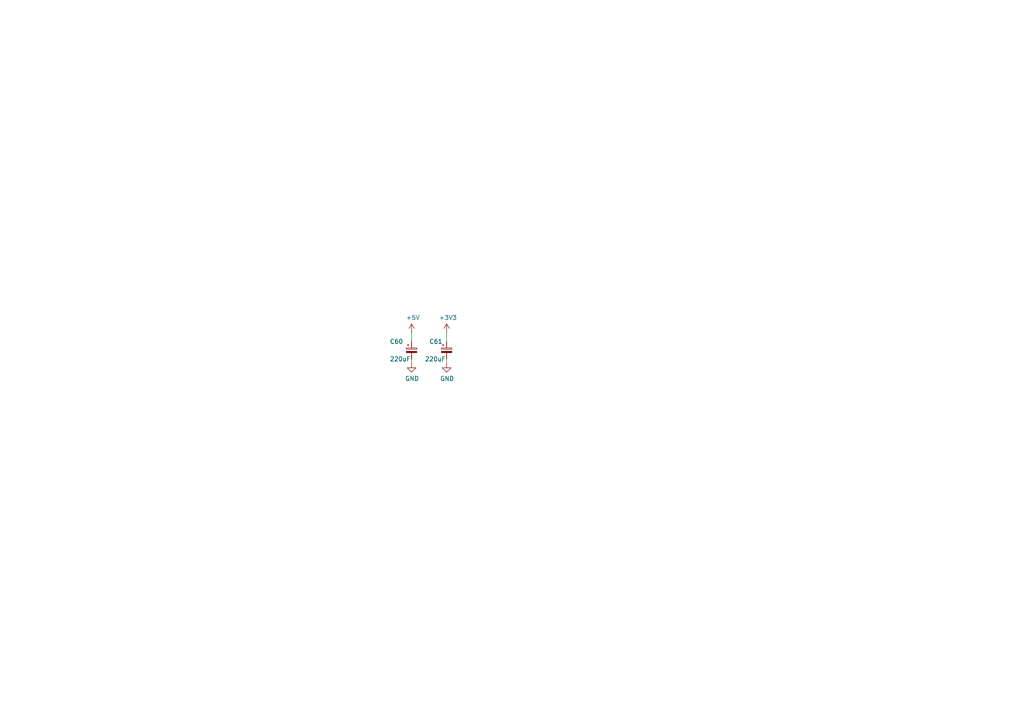
<source format=kicad_sch>
(kicad_sch (version 20230121) (generator eeschema)
  (paper "A4")
  (title_block (title "MAX80") (date "2021-02-22") (rev "0.01") (company "Peter o Per"))
  (lib_symbols
    (symbol "Device:CP_Small" (pin_numbers hide) (pin_names (offset 0.254) hide)
      (property "Reference" "C" (at 0.254 1.778 0))
      (property "Value" "Device_CP_Small" (at 0.254 -2.032 0))
      (symbol "CP_Small_0_1"
        (rectangle (start -1.524 -0.3048) (end 1.524 -0.6858) (fill (type outline)))
        (rectangle (start -1.524 0.6858) (end 1.524 0.3048))
        (polyline (pts (xy -1.27 1.524) (xy -0.762 1.524)))
        (polyline (pts (xy -1.016 1.27) (xy -1.016 1.778)))
      )
      (symbol "CP_Small_1_1"
        (pin passive line (at 0 2.54 270) (length 1.8542) (name "~") (number "1"))
        (pin passive line (at 0 -2.54 90) (length 1.8542) (name "~") (number "2"))
      )
    )
    (symbol "power:+3V3" (power) (pin_names (offset 0))
      (property "Value" "power_+3V3" (at 0 3.556 0))
      (symbol "+3V3_0_1"
        (polyline (pts (xy -0.762 1.27) (xy 0 2.54)))
        (polyline (pts (xy 0 0) (xy 0 2.54)))
        (polyline (pts (xy 0 2.54) (xy 0.762 1.27)))
      )
      (symbol "+3V3_1_1"
        (pin power_in line (at 0 0 90) (length 0) hide (name "+3V3") (number "1"))
      )
    )
    (symbol "power:+5V" (power) (pin_names (offset 0))
      (property "Value" "power_+5V" (at 0 3.556 0))
      (symbol "+5V_0_1"
        (polyline (pts (xy -0.762 1.27) (xy 0 2.54)))
        (polyline (pts (xy 0 0) (xy 0 2.54)))
        (polyline (pts (xy 0 2.54) (xy 0.762 1.27)))
      )
      (symbol "+5V_1_1"
        (pin power_in line (at 0 0 90) (length 0) hide (name "+5V") (number "1"))
      )
    )
    (symbol "power:GND" (power) (pin_names (offset 0))
      (property "Value" "power_GND" (at 0 -3.81 0))
      (symbol "GND_0_1"
        (polyline (pts (xy 0 0) (xy 0 -1.27) (xy 1.27 -1.27) (xy 0 -2.54) (xy -1.27 -1.27) (xy 0 -1.27)))
      )
      (symbol "GND_1_1"
        (pin power_in line (at 0 0 270) (length 0) hide (name "GND") (number "1"))
      )
    )
  )
  (wire (pts (xy 119.38 96.52) (xy 119.38 99.06)))
  (wire (pts (xy 119.38 104.14) (xy 119.38 105.41)))
  (wire (pts (xy 129.54 96.52) (xy 129.54 99.06)))
  (wire (pts (xy 129.54 104.14) (xy 129.54 105.41)))
  (symbol (lib_id "Device:CP_Small") (at 129.54 101.6 0) (unit 1)
    (property "Reference" "C61" (at 124.46 99.06 0) (effects (justify left)))
    (property "Value" "220uF" (at 123.19 104.14 0) (effects (justify left)))
    (property "Footprint" "Capacitor_SMD:CP_Elec_6.3x7.7" (effects hide))
    (property "LCSC" "C127327" (effects hide))
  )
  (symbol (lib_id "Device:CP_Small") (at 119.38 101.6 0) (unit 1)
    (property "Reference" "C60" (at 113.03 99.06 0) (effects (justify left)))
    (property "Value" "220uF" (at 113.03 104.14 0) (effects (justify left)))
    (property "Footprint" "Capacitor_SMD:CP_Elec_6.3x7.7" (effects hide))
    (property "LCSC" "C127327" (effects hide))
  )
  (symbol (lib_id "power:+5V") (at 119.38 96.52 0) (unit 1)
    (property "Reference" "#PWR0103" (effects hide))
    (property "Value" "+5V" (at 119.761 92.1258 0))
  )
  (symbol (lib_id "power:GND") (at 119.38 105.41 0) (unit 1)
    (property "Reference" "#PWR0104" (effects hide))
    (property "Value" "GND" (at 119.507 109.8042 0))
  )
  (symbol (lib_id "power:+3V3") (at 129.54 96.52 0) (unit 1)
    (property "Reference" "#PWR0105" (effects hide))
    (property "Value" "+3V3" (at 129.921 92.1258 0))
  )
  (symbol (lib_id "power:GND") (at 129.54 105.41 0) (unit 1)
    (property "Reference" "#PWR0159" (effects hide))
    (property "Value" "GND" (at 129.667 109.8042 0))
  )
)
</source>
